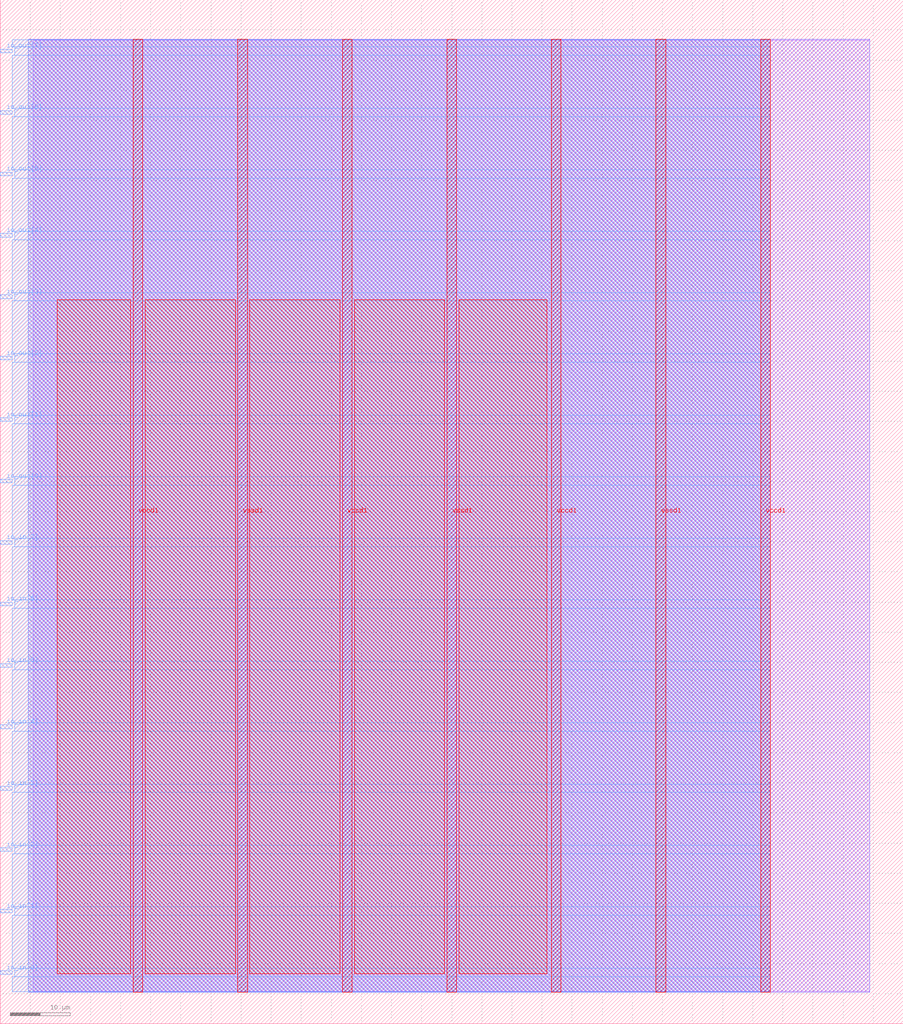
<source format=lef>
VERSION 5.7 ;
  NOWIREEXTENSIONATPIN ON ;
  DIVIDERCHAR "/" ;
  BUSBITCHARS "[]" ;
MACRO cpldcpu_MCPU5plus
  CLASS BLOCK ;
  FOREIGN cpldcpu_MCPU5plus ;
  ORIGIN 0.000 0.000 ;
  SIZE 150.000 BY 170.000 ;
  PIN io_in[0]
    DIRECTION INPUT ;
    USE SIGNAL ;
    PORT
      LAYER met3 ;
        RECT 0.000 8.200 2.000 8.800 ;
    END
  END io_in[0]
  PIN io_in[1]
    DIRECTION INPUT ;
    USE SIGNAL ;
    PORT
      LAYER met3 ;
        RECT 0.000 18.400 2.000 19.000 ;
    END
  END io_in[1]
  PIN io_in[2]
    DIRECTION INPUT ;
    USE SIGNAL ;
    PORT
      LAYER met3 ;
        RECT 0.000 28.600 2.000 29.200 ;
    END
  END io_in[2]
  PIN io_in[3]
    DIRECTION INPUT ;
    USE SIGNAL ;
    PORT
      LAYER met3 ;
        RECT 0.000 38.800 2.000 39.400 ;
    END
  END io_in[3]
  PIN io_in[4]
    DIRECTION INPUT ;
    USE SIGNAL ;
    PORT
      LAYER met3 ;
        RECT 0.000 49.000 2.000 49.600 ;
    END
  END io_in[4]
  PIN io_in[5]
    DIRECTION INPUT ;
    USE SIGNAL ;
    PORT
      LAYER met3 ;
        RECT 0.000 59.200 2.000 59.800 ;
    END
  END io_in[5]
  PIN io_in[6]
    DIRECTION INPUT ;
    USE SIGNAL ;
    PORT
      LAYER met3 ;
        RECT 0.000 69.400 2.000 70.000 ;
    END
  END io_in[6]
  PIN io_in[7]
    DIRECTION INPUT ;
    USE SIGNAL ;
    PORT
      LAYER met3 ;
        RECT 0.000 79.600 2.000 80.200 ;
    END
  END io_in[7]
  PIN io_out[0]
    DIRECTION OUTPUT TRISTATE ;
    USE SIGNAL ;
    PORT
      LAYER met3 ;
        RECT 0.000 89.800 2.000 90.400 ;
    END
  END io_out[0]
  PIN io_out[1]
    DIRECTION OUTPUT TRISTATE ;
    USE SIGNAL ;
    PORT
      LAYER met3 ;
        RECT 0.000 100.000 2.000 100.600 ;
    END
  END io_out[1]
  PIN io_out[2]
    DIRECTION OUTPUT TRISTATE ;
    USE SIGNAL ;
    PORT
      LAYER met3 ;
        RECT 0.000 110.200 2.000 110.800 ;
    END
  END io_out[2]
  PIN io_out[3]
    DIRECTION OUTPUT TRISTATE ;
    USE SIGNAL ;
    PORT
      LAYER met3 ;
        RECT 0.000 120.400 2.000 121.000 ;
    END
  END io_out[3]
  PIN io_out[4]
    DIRECTION OUTPUT TRISTATE ;
    USE SIGNAL ;
    PORT
      LAYER met3 ;
        RECT 0.000 130.600 2.000 131.200 ;
    END
  END io_out[4]
  PIN io_out[5]
    DIRECTION OUTPUT TRISTATE ;
    USE SIGNAL ;
    PORT
      LAYER met3 ;
        RECT 0.000 140.800 2.000 141.400 ;
    END
  END io_out[5]
  PIN io_out[6]
    DIRECTION OUTPUT TRISTATE ;
    USE SIGNAL ;
    PORT
      LAYER met3 ;
        RECT 0.000 151.000 2.000 151.600 ;
    END
  END io_out[6]
  PIN io_out[7]
    DIRECTION OUTPUT TRISTATE ;
    USE SIGNAL ;
    PORT
      LAYER met3 ;
        RECT 0.000 161.200 2.000 161.800 ;
    END
  END io_out[7]
  PIN vccd1
    DIRECTION INOUT ;
    USE POWER ;
    PORT
      LAYER met4 ;
        RECT 22.090 5.200 23.690 163.440 ;
    END
    PORT
      LAYER met4 ;
        RECT 56.830 5.200 58.430 163.440 ;
    END
    PORT
      LAYER met4 ;
        RECT 91.570 5.200 93.170 163.440 ;
    END
    PORT
      LAYER met4 ;
        RECT 126.310 5.200 127.910 163.440 ;
    END
  END vccd1
  PIN vssd1
    DIRECTION INOUT ;
    USE GROUND ;
    PORT
      LAYER met4 ;
        RECT 39.460 5.200 41.060 163.440 ;
    END
    PORT
      LAYER met4 ;
        RECT 74.200 5.200 75.800 163.440 ;
    END
    PORT
      LAYER met4 ;
        RECT 108.940 5.200 110.540 163.440 ;
    END
  END vssd1
  OBS
      LAYER li1 ;
        RECT 5.520 5.355 144.440 163.285 ;
      LAYER met1 ;
        RECT 4.670 5.200 144.440 163.440 ;
      LAYER met2 ;
        RECT 4.690 5.255 127.880 163.385 ;
      LAYER met3 ;
        RECT 2.000 162.200 127.900 163.365 ;
        RECT 2.400 160.800 127.900 162.200 ;
        RECT 2.000 152.000 127.900 160.800 ;
        RECT 2.400 150.600 127.900 152.000 ;
        RECT 2.000 141.800 127.900 150.600 ;
        RECT 2.400 140.400 127.900 141.800 ;
        RECT 2.000 131.600 127.900 140.400 ;
        RECT 2.400 130.200 127.900 131.600 ;
        RECT 2.000 121.400 127.900 130.200 ;
        RECT 2.400 120.000 127.900 121.400 ;
        RECT 2.000 111.200 127.900 120.000 ;
        RECT 2.400 109.800 127.900 111.200 ;
        RECT 2.000 101.000 127.900 109.800 ;
        RECT 2.400 99.600 127.900 101.000 ;
        RECT 2.000 90.800 127.900 99.600 ;
        RECT 2.400 89.400 127.900 90.800 ;
        RECT 2.000 80.600 127.900 89.400 ;
        RECT 2.400 79.200 127.900 80.600 ;
        RECT 2.000 70.400 127.900 79.200 ;
        RECT 2.400 69.000 127.900 70.400 ;
        RECT 2.000 60.200 127.900 69.000 ;
        RECT 2.400 58.800 127.900 60.200 ;
        RECT 2.000 50.000 127.900 58.800 ;
        RECT 2.400 48.600 127.900 50.000 ;
        RECT 2.000 39.800 127.900 48.600 ;
        RECT 2.400 38.400 127.900 39.800 ;
        RECT 2.000 29.600 127.900 38.400 ;
        RECT 2.400 28.200 127.900 29.600 ;
        RECT 2.000 19.400 127.900 28.200 ;
        RECT 2.400 18.000 127.900 19.400 ;
        RECT 2.000 9.200 127.900 18.000 ;
        RECT 2.400 7.800 127.900 9.200 ;
        RECT 2.000 5.275 127.900 7.800 ;
      LAYER met4 ;
        RECT 9.495 8.335 21.690 120.185 ;
        RECT 24.090 8.335 39.060 120.185 ;
        RECT 41.460 8.335 56.430 120.185 ;
        RECT 58.830 8.335 73.800 120.185 ;
        RECT 76.200 8.335 90.785 120.185 ;
  END
END cpldcpu_MCPU5plus
END LIBRARY


</source>
